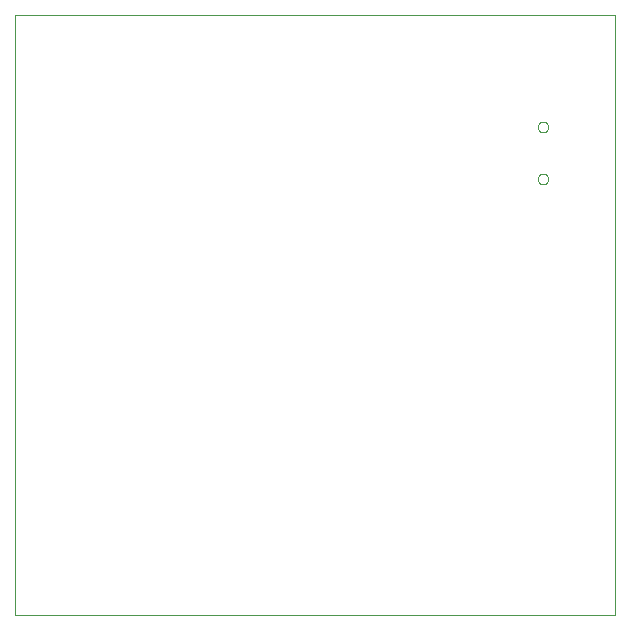
<source format=gko>
G75*
%MOIN*%
%OFA0B0*%
%FSLAX24Y24*%
%IPPOS*%
%LPD*%
%AMOC8*
5,1,8,0,0,1.08239X$1,22.5*
%
%ADD10C,0.0000*%
D10*
X000100Y000100D02*
X000100Y020100D01*
X020100Y020100D01*
X020100Y000100D01*
X000100Y000100D01*
X017523Y014634D02*
X017525Y014660D01*
X017531Y014686D01*
X017541Y014711D01*
X017554Y014734D01*
X017570Y014754D01*
X017590Y014772D01*
X017612Y014787D01*
X017635Y014799D01*
X017661Y014807D01*
X017687Y014811D01*
X017713Y014811D01*
X017739Y014807D01*
X017765Y014799D01*
X017789Y014787D01*
X017810Y014772D01*
X017830Y014754D01*
X017846Y014734D01*
X017859Y014711D01*
X017869Y014686D01*
X017875Y014660D01*
X017877Y014634D01*
X017875Y014608D01*
X017869Y014582D01*
X017859Y014557D01*
X017846Y014534D01*
X017830Y014514D01*
X017810Y014496D01*
X017788Y014481D01*
X017765Y014469D01*
X017739Y014461D01*
X017713Y014457D01*
X017687Y014457D01*
X017661Y014461D01*
X017635Y014469D01*
X017611Y014481D01*
X017590Y014496D01*
X017570Y014514D01*
X017554Y014534D01*
X017541Y014557D01*
X017531Y014582D01*
X017525Y014608D01*
X017523Y014634D01*
X017523Y016366D02*
X017525Y016392D01*
X017531Y016418D01*
X017541Y016443D01*
X017554Y016466D01*
X017570Y016486D01*
X017590Y016504D01*
X017612Y016519D01*
X017635Y016531D01*
X017661Y016539D01*
X017687Y016543D01*
X017713Y016543D01*
X017739Y016539D01*
X017765Y016531D01*
X017789Y016519D01*
X017810Y016504D01*
X017830Y016486D01*
X017846Y016466D01*
X017859Y016443D01*
X017869Y016418D01*
X017875Y016392D01*
X017877Y016366D01*
X017875Y016340D01*
X017869Y016314D01*
X017859Y016289D01*
X017846Y016266D01*
X017830Y016246D01*
X017810Y016228D01*
X017788Y016213D01*
X017765Y016201D01*
X017739Y016193D01*
X017713Y016189D01*
X017687Y016189D01*
X017661Y016193D01*
X017635Y016201D01*
X017611Y016213D01*
X017590Y016228D01*
X017570Y016246D01*
X017554Y016266D01*
X017541Y016289D01*
X017531Y016314D01*
X017525Y016340D01*
X017523Y016366D01*
M02*

</source>
